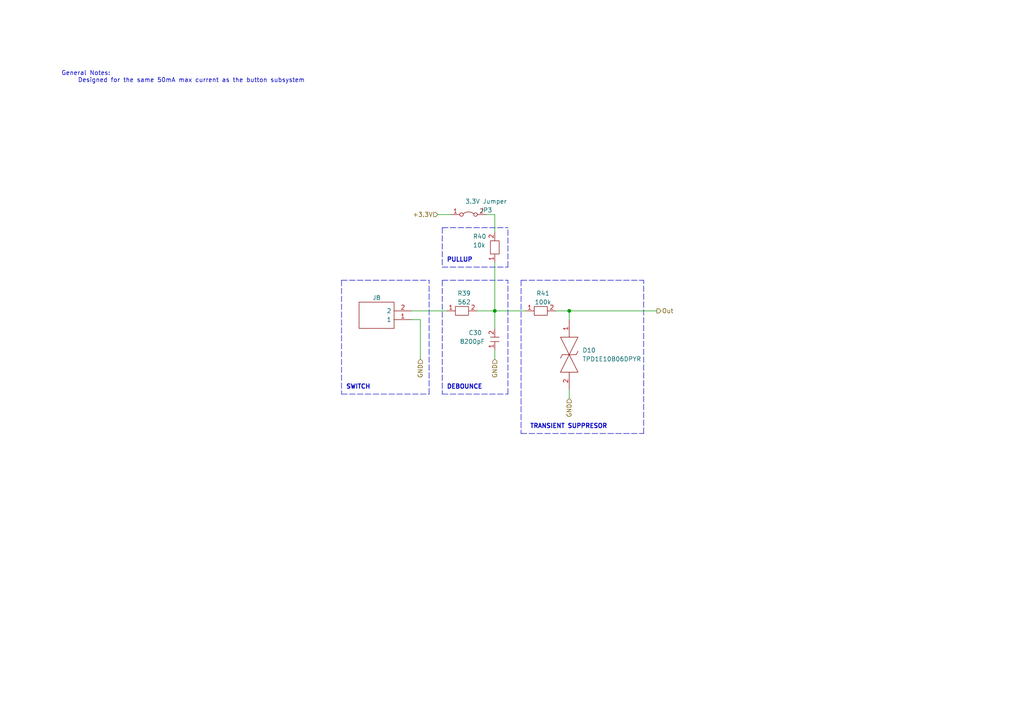
<source format=kicad_sch>
(kicad_sch (version 20211123) (generator eeschema)

  (uuid c26b5183-d285-4dfa-9dc3-e6f46317de21)

  (paper "A4")

  (title_block
    (title "Limit Switch Subsystem")
    (company "The Great Gambit")
  )

  (lib_symbols
    (symbol "C1210C822K2RACAUTO:C1210C822K2RACAUTO" (pin_names (offset 0.762)) (in_bom yes) (on_board yes)
      (property "Reference" "C" (id 0) (at 8.89 6.35 0)
        (effects (font (size 1.27 1.27)) (justify left))
      )
      (property "Value" "C1210C822K2RACAUTO" (id 1) (at 8.89 3.81 0)
        (effects (font (size 1.27 1.27)) (justify left))
      )
      (property "Footprint" "C1210C822K2RACAUTO:CAPC3225X88N" (id 2) (at 8.89 1.27 0)
        (effects (font (size 1.27 1.27)) (justify left) hide)
      )
      (property "Datasheet" "https://content.kemet.com/datasheets/KEM_C1023_X7R_AUTO_SMD.pdf" (id 3) (at 8.89 -1.27 0)
        (effects (font (size 1.27 1.27)) (justify left) hide)
      )
      (property "Manufacturer's Part Number" "C1210C822K2RACAUTO" (id 4) (at 8.89 -16.51 0)
        (effects (font (size 1.27 1.27)) (justify left) hide)
      )
      (property "Digikey Part Number" "399-C1210C822K2RACAUTOCT-ND" (id 5) (at 8.89 -3.81 0)
        (effects (font (size 1.27 1.27)) (justify left) hide)
      )
      (property "Mouser Part Number" "80-C1210C822K2RAUTO" (id 6) (at 8.89 -8.89 0)
        (effects (font (size 1.27 1.27)) (justify left) hide)
      )
      (property "Digikey link" "https://www.digikey.com/en/products/detail/kemet/C1210C822K2RACAUTO/16524786?s=N4IgTCBcDaIMIEYwIAxwBxjAaTAJQEE4CBVAFQHkACEAXQF8g" (id 7) (at 8.89 -11.43 0)
        (effects (font (size 1.27 1.27)) (justify left) hide)
      )
      (property "Mouser link" "https://www.mouser.com/ProductDetail/KEMET/C1210C822K2RACAUTO?qs=sGAEpiMZZMukHu%252BjC5l7YfRfrXj%2FJXIdfvr9FKYreLc%3D" (id 8) (at 8.89 -13.97 0)
        (effects (font (size 1.27 1.27)) (justify left) hide)
      )
      (property "ki_description" "SMD Auto X7R, Ceramic, 8200 pF, 10%, 200 VDC, 500 VDC, 125C, -55C, X7R, SMD, MLCC, Temperature Stable, Automotive Grade, 2.5 % , 100 GOhms, 40 mg, 1210, 3.2mm, 2.5mm, 0.78mm, 0.5mm, 4000, 78  Weeks, 80" (id 9) (at 0 0 0)
        (effects (font (size 1.27 1.27)) hide)
      )
      (symbol "C1210C822K2RACAUTO_0_0"
        (pin passive line (at 0 0 0) (length 2.45)
          (name "~" (effects (font (size 1.27 1.27))))
          (number "1" (effects (font (size 1.27 1.27))))
        )
        (pin passive line (at 6.35 0 180) (length 2.45)
          (name "~" (effects (font (size 1.27 1.27))))
          (number "2" (effects (font (size 1.27 1.27))))
        )
      )
      (symbol "C1210C822K2RACAUTO_0_1"
        (polyline
          (pts
            (xy 2.54 1.27)
            (xy 2.54 -1.27)
          )
          (stroke (width 0.1524) (type default) (color 0 0 0 0))
          (fill (type none))
        )
        (polyline
          (pts
            (xy 3.81 1.27)
            (xy 3.81 -1.27)
          )
          (stroke (width 0.1524) (type default) (color 0 0 0 0))
          (fill (type none))
        )
      )
    )
    (symbol "CR0402-FX-5620GLF:CR0402-FX-5620GLF" (pin_names (offset 0.762)) (in_bom yes) (on_board yes)
      (property "Reference" "R" (id 0) (at 13.97 6.35 0)
        (effects (font (size 1.27 1.27)) (justify left))
      )
      (property "Value" "CR0402-FX-5620GLF" (id 1) (at 13.97 3.81 0)
        (effects (font (size 1.27 1.27)) (justify left))
      )
      (property "Footprint" "CR0402-FX-5620GLF:RESC1005X40N" (id 2) (at 13.97 1.27 0)
        (effects (font (size 1.27 1.27)) (justify left) hide)
      )
      (property "Datasheet" "https://componentsearchengine.com/Datasheets/1/CR0402-FX-5620GLF.pdf" (id 3) (at 13.97 -1.27 0)
        (effects (font (size 1.27 1.27)) (justify left) hide)
      )
      (property "Manufacturer's Part Number" "CR0402-FX-5620GLF" (id 4) (at 13.97 -16.51 0)
        (effects (font (size 1.27 1.27)) (justify left) hide)
      )
      (property "Digikey Part Number" "118-CR0402-FX-5620GLFCT-ND" (id 5) (at 13.97 -3.81 0)
        (effects (font (size 1.27 1.27)) (justify left) hide)
      )
      (property "Mouser Part Number" "652-CR0402FX-5620GLF" (id 6) (at 13.97 -8.89 0)
        (effects (font (size 1.27 1.27)) (justify left) hide)
      )
      (property "Digikey link" "https://www.digikey.com/en/products/detail/bourns-inc/CR0402-FX-5620GLF/3783429?s=N4IgTCBcDaIAQGEBKAGALCsBaAYgDSwFYA2MFAcQBkcQBdAXyA" (id 7) (at 13.97 -11.43 0)
        (effects (font (size 1.27 1.27)) (justify left) hide)
      )
      (property "Mouse link" "https://www.mouser.com/ProductDetail/Bourns/CR0402-FX-5620GLF?qs=sGAEpiMZZMtlubZbdhIBIDfFWzqdPB9%252B4rUQL12%252Bb9s%3D" (id 8) (at 13.97 -13.97 0)
        (effects (font (size 1.27 1.27)) (justify left) hide)
      )
      (property "ki_description" "Thick Film Resistors - SMD 562 OHM 1%" (id 9) (at 0 0 0)
        (effects (font (size 1.27 1.27)) hide)
      )
      (symbol "CR0402-FX-5620GLF_0_0"
        (pin passive line (at 0 0 0) (length 2.45)
          (name "~" (effects (font (size 1.27 1.27))))
          (number "1" (effects (font (size 1.27 1.27))))
        )
        (pin passive line (at 8.89 0 180) (length 2.45)
          (name "~" (effects (font (size 1.27 1.27))))
          (number "2" (effects (font (size 1.27 1.27))))
        )
      )
      (symbol "CR0402-FX-5620GLF_0_1"
        (polyline
          (pts
            (xy 2.54 1.27)
            (xy 6.35 1.27)
            (xy 6.35 -1.27)
            (xy 2.54 -1.27)
            (xy 2.54 1.27)
          )
          (stroke (width 0.1524) (type default) (color 0 0 0 0))
          (fill (type none))
        )
      )
    )
    (symbol "Jumper:Jumper_2_Bridged" (pin_names (offset 0) hide) (in_bom yes) (on_board yes)
      (property "Reference" "JP" (id 0) (at 0 1.905 0)
        (effects (font (size 1.27 1.27)))
      )
      (property "Value" "Jumper_2_Bridged" (id 1) (at 0 -2.54 0)
        (effects (font (size 1.27 1.27)))
      )
      (property "Footprint" "" (id 2) (at 0 0 0)
        (effects (font (size 1.27 1.27)) hide)
      )
      (property "Datasheet" "~" (id 3) (at 0 0 0)
        (effects (font (size 1.27 1.27)) hide)
      )
      (property "ki_keywords" "Jumper SPST" (id 4) (at 0 0 0)
        (effects (font (size 1.27 1.27)) hide)
      )
      (property "ki_description" "Jumper, 2-pole, closed/bridged" (id 5) (at 0 0 0)
        (effects (font (size 1.27 1.27)) hide)
      )
      (property "ki_fp_filters" "Jumper* TestPoint*2Pads* TestPoint*Bridge*" (id 6) (at 0 0 0)
        (effects (font (size 1.27 1.27)) hide)
      )
      (symbol "Jumper_2_Bridged_0_0"
        (circle (center -2.032 0) (radius 0.508)
          (stroke (width 0) (type default) (color 0 0 0 0))
          (fill (type none))
        )
        (circle (center 2.032 0) (radius 0.508)
          (stroke (width 0) (type default) (color 0 0 0 0))
          (fill (type none))
        )
      )
      (symbol "Jumper_2_Bridged_0_1"
        (arc (start 1.524 0.254) (mid 0 0.762) (end -1.524 0.254)
          (stroke (width 0) (type default) (color 0 0 0 0))
          (fill (type none))
        )
      )
      (symbol "Jumper_2_Bridged_1_1"
        (pin passive line (at -5.08 0 0) (length 2.54)
          (name "A" (effects (font (size 1.27 1.27))))
          (number "1" (effects (font (size 1.27 1.27))))
        )
        (pin passive line (at 5.08 0 180) (length 2.54)
          (name "B" (effects (font (size 1.27 1.27))))
          (number "2" (effects (font (size 1.27 1.27))))
        )
      )
    )
    (symbol "OQ0212500000G:OQ0212500000G" (pin_names (offset 0.762)) (in_bom yes) (on_board yes)
      (property "Reference" "J" (id 0) (at 16.51 7.62 0)
        (effects (font (size 1.27 1.27)) (justify left))
      )
      (property "Value" "OQ0212500000G" (id 1) (at 16.51 5.08 0)
        (effects (font (size 1.27 1.27)) (justify left))
      )
      (property "Footprint" "OQ0212500000G:OQ0212500000G" (id 2) (at 16.51 2.54 0)
        (effects (font (size 1.27 1.27)) (justify left) hide)
      )
      (property "Datasheet" "https://datasheet.datasheetarchive.com/originals/distributors/DKDS-9/178262.pdf" (id 3) (at 16.51 0 0)
        (effects (font (size 1.27 1.27)) (justify left) hide)
      )
      (property "Manufacturer_Part_Number" "OQ0212500000G" (id 4) (at 16.51 -15.24 0)
        (effects (font (size 1.27 1.27)) (justify left) hide)
      )
      (property "Digikey Part Number" "609-4981-ND" (id 5) (at 0 0 0)
        (effects (font (size 1.27 1.27)) hide)
      )
      (property "Mouser Part Number" "649-220107-C021A01LF" (id 6) (at 16.51 -7.62 0)
        (effects (font (size 1.27 1.27)) (justify left) hide)
      )
      (property "Digikey Link" "https://www.digikey.com/en/products/detail/amphenol-anytek/OQ0212500000G/4242016" (id 7) (at 0 0 0)
        (effects (font (size 1.27 1.27)) hide)
      )
      (property "Mouser Link" "" (id 8) (at 0 0 0)
        (effects (font (size 1.27 1.27)) hide)
      )
      (property "Description" "Pluggable Terminal Blocks 2P 3.50MM HDR STR PLUGGABLE TERM BLK" (id 9) (at 16.51 -2.54 0)
        (effects (font (size 1.27 1.27)) (justify left) hide)
      )
      (property "Height" "9.2" (id 10) (at 16.51 -5.08 0)
        (effects (font (size 1.27 1.27)) (justify left) hide)
      )
      (property "Mouser Price/Stock" "https://www.mouser.co.uk/ProductDetail/Amphenol-Anytek/OQ0212500000G?qs=Mv7BduZupUhn3%2FKe8nJdbQ%3D%3D" (id 11) (at 16.51 -10.16 0)
        (effects (font (size 1.27 1.27)) (justify left) hide)
      )
      (property "Manufacturer_Name" "Amphenol" (id 12) (at 16.51 -12.7 0)
        (effects (font (size 1.27 1.27)) (justify left) hide)
      )
      (property "ki_description" "Pluggable Terminal Blocks 2P 3.50MM HDR STR PLUGGABLE TERM BLK" (id 13) (at 0 0 0)
        (effects (font (size 1.27 1.27)) hide)
      )
      (symbol "OQ0212500000G_0_0"
        (pin passive line (at 0 0 0) (length 5.08)
          (name "1" (effects (font (size 1.27 1.27))))
          (number "1" (effects (font (size 1.27 1.27))))
        )
        (pin passive line (at 0 -2.54 0) (length 5.08)
          (name "2" (effects (font (size 1.27 1.27))))
          (number "2" (effects (font (size 1.27 1.27))))
        )
      )
      (symbol "OQ0212500000G_0_1"
        (polyline
          (pts
            (xy 5.08 2.54)
            (xy 15.24 2.54)
            (xy 15.24 -5.08)
            (xy 5.08 -5.08)
            (xy 5.08 2.54)
          )
          (stroke (width 0.1524) (type default) (color 0 0 0 0))
          (fill (type none))
        )
      )
    )
    (symbol "RCV2512100KFKEGAT:RCV2512100KFKEGAT" (pin_names (offset 0.762)) (in_bom yes) (on_board yes)
      (property "Reference" "R" (id 0) (at 13.97 6.35 0)
        (effects (font (size 1.27 1.27)) (justify left))
      )
      (property "Value" "RCV2512100KFKEGAT" (id 1) (at 13.97 3.81 0)
        (effects (font (size 1.27 1.27)) (justify left))
      )
      (property "Footprint" "RCV2512100KFKEGAT:RESC6332X70N" (id 2) (at 13.97 1.27 0)
        (effects (font (size 1.27 1.27)) (justify left) hide)
      )
      (property "Datasheet" "https://www.vishay.com/docs/20082/rcvat-e3.pdf" (id 3) (at 13.97 -1.27 0)
        (effects (font (size 1.27 1.27)) (justify left) hide)
      )
      (property "Manufacturer's Part Number" "RCV2512100KFKEGAT" (id 4) (at 13.97 -16.51 0)
        (effects (font (size 1.27 1.27)) (justify left) hide)
      )
      (property "Digikey Part Number" "541-RCV2512100KFKEGATCT-ND" (id 5) (at 13.97 -3.81 0)
        (effects (font (size 1.27 1.27)) (justify left) hide)
      )
      (property "Mouser Part Number" "71-RCV2512100KFKEGAT" (id 6) (at 13.97 -8.89 0)
        (effects (font (size 1.27 1.27)) (justify left) hide)
      )
      (property "Digikey link" "https://www.digikey.com/en/products/detail/vishay-dale/RCV2512100KFKEGAT/13985179?s=N4IgTCBcDaIEoGEBqYCsBGM6AM2DSAYngKIDiAggCoAEIAugL5A" (id 7) (at 13.97 -13.97 0)
        (effects (font (size 1.27 1.27)) (justify left) hide)
      )
      (property "Mouser link" "https://www.mouser.com/ProductDetail/Vishay-Draloric/RCV2512100KFKEGAT?qs=sGAEpiMZZMtlubZbdhIBIOK8YY79HZuiqCZ6uF64pjM%3D" (id 8) (at 13.97 -11.43 0)
        (effects (font (size 1.27 1.27)) (justify left) hide)
      )
      (property "ki_description" "100 kOhms +/-1% 1W Chip Resistor 2512 (6432 Metric) Automotive AEC-Q200, High Voltage Thick Film" (id 9) (at 0 0 0)
        (effects (font (size 1.27 1.27)) hide)
      )
      (symbol "RCV2512100KFKEGAT_0_0"
        (pin passive line (at 0 0 0) (length 2.45)
          (name "~" (effects (font (size 1.27 1.27))))
          (number "1" (effects (font (size 1.27 1.27))))
        )
        (pin passive line (at 8.89 0 180) (length 2.45)
          (name "~" (effects (font (size 1.27 1.27))))
          (number "2" (effects (font (size 1.27 1.27))))
        )
      )
      (symbol "RCV2512100KFKEGAT_0_1"
        (polyline
          (pts
            (xy 2.54 1.27)
            (xy 6.35 1.27)
            (xy 6.35 -1.27)
            (xy 2.54 -1.27)
            (xy 2.54 1.27)
          )
          (stroke (width 0.1524) (type default) (color 0 0 0 0))
          (fill (type none))
        )
      )
    )
    (symbol "RMCF1206FT10K0:10k" (pin_names (offset 0.762)) (in_bom yes) (on_board yes)
      (property "Reference" "R" (id 0) (at 13.97 6.35 0)
        (effects (font (size 1.27 1.27)) (justify left))
      )
      (property "Value" "10k" (id 1) (at 13.97 3.81 0)
        (effects (font (size 1.27 1.27)) (justify left))
      )
      (property "Footprint" "RESC3225X74N" (id 2) (at 13.97 1.27 0)
        (effects (font (size 1.27 1.27)) (justify left) hide)
      )
      (property "Datasheet" "https://www.vishay.com/docs/68043/crma.pdf" (id 3) (at 13.97 -1.27 0)
        (effects (font (size 1.27 1.27)) (justify left) hide)
      )
      (property "Manufacturer's Part Number" "RMCF1206FT10K0" (id 4) (at 13.97 -3.81 0)
        (effects (font (size 1.27 1.27)) (justify left) hide)
      )
      (property "Digikey Part Number" "RMCF1206FT10K0CT-ND" (id 5) (at 13.97 -6.35 0)
        (effects (font (size 1.27 1.27)) (justify left) hide)
      )
      (property "Mouser Part Number" "" (id 6) (at 13.97 -8.89 0)
        (effects (font (size 1.27 1.27)) (justify left) hide)
      )
      (property "Digikey link" "https://www.digikey.com/en/products/detail/stackpole-electronics-inc/RMCF1206FT10K0/1759669?s=N4IgTCBcDaIEoFkDCAxAjGADANhQFTUwGlMQBdAXyA" (id 7) (at 13.97 -11.43 0)
        (effects (font (size 1.27 1.27)) (justify left) hide)
      )
      (property "Mouser link" "" (id 8) (at 13.97 -13.97 0)
        (effects (font (size 1.27 1.27)) (justify left) hide)
      )
      (property "ki_description" "Thick Film Resistors - SMD 0.35W 10Kohm .5% AEC-Q200" (id 9) (at 0 0 0)
        (effects (font (size 1.27 1.27)) hide)
      )
      (symbol "10k_0_0"
        (pin passive line (at 0 0 0) (length 2.45)
          (name "~" (effects (font (size 1.27 1.27))))
          (number "1" (effects (font (size 1.27 1.27))))
        )
        (pin passive line (at 8.89 0 180) (length 2.45)
          (name "~" (effects (font (size 1.27 1.27))))
          (number "2" (effects (font (size 1.27 1.27))))
        )
      )
      (symbol "10k_0_1"
        (polyline
          (pts
            (xy 2.54 1.27)
            (xy 6.35 1.27)
            (xy 6.35 -1.27)
            (xy 2.54 -1.27)
            (xy 2.54 1.27)
          )
          (stroke (width 0.1524) (type default) (color 0 0 0 0))
          (fill (type none))
        )
      )
    )
    (symbol "TPD1E10B06DPYR:TPD1E10B06DPYR" (pin_names (offset 0.762)) (in_bom yes) (on_board yes)
      (property "Reference" "D" (id 0) (at 12.7 8.89 0)
        (effects (font (size 1.27 1.27)) (justify left bottom))
      )
      (property "Value" "TPD1E10B06DPYR" (id 1) (at 12.7 6.35 0)
        (effects (font (size 1.27 1.27)) (justify left bottom))
      )
      (property "Footprint" "TPD1E10B06DPYR:TPD1E10B06DPYR" (id 2) (at 12.7 3.81 0)
        (effects (font (size 1.27 1.27)) (justify left bottom) hide)
      )
      (property "Datasheet" "https://www.ti.com/lit/ds/symlink/tpd1e10b06.pdf?HQS=dis-mous-null-mousermode-dsf-pf-null-wwe&ts=1664782336823&ref_url=https%253A%252F%252Feu.mouser.com%252F" (id 3) (at 12.7 1.27 0)
        (effects (font (size 1.27 1.27)) (justify left bottom) hide)
      )
      (property "Manufacturer's Part Number" "TPD1E10B06DPYR" (id 4) (at 12.7 -13.97 0)
        (effects (font (size 1.27 1.27)) (justify left bottom) hide)
      )
      (property "Digikey Part Number" "296-30406-1-ND" (id 5) (at 12.7 -1.27 0)
        (effects (font (size 1.27 1.27)) (justify left bottom) hide)
      )
      (property "Mouser Part Number" "595-TPD1E10B06DPYR" (id 6) (at 12.7 -6.35 0)
        (effects (font (size 1.27 1.27)) (justify left bottom) hide)
      )
      (property "Digikey link" "https://www.digikey.com/en/products/detail/texas-instruments/TPD1E10B06DPYR/3197744" (id 7) (at 12.7 -8.89 0)
        (effects (font (size 1.27 1.27)) (justify left bottom) hide)
      )
      (property "Mouser link" "https://www.mouser.com/ProductDetail/Texas-Instruments/TPD1E10B06DPYR?qs=UFc95S4Z4CaJYpQ4xqTc0g%3D%3D" (id 8) (at 12.7 -11.43 0)
        (effects (font (size 1.27 1.27)) (justify left bottom) hide)
      )
      (property "ki_description" "ESD Suppressors / TVS Diodes Sgl Channel ESD TPD1E10B06 Single-Channel ESD Protection Diode in 0402 Package" (id 9) (at 0 0 0)
        (effects (font (size 1.27 1.27)) hide)
      )
      (symbol "TPD1E10B06DPYR_0_0"
        (pin passive line (at 0 0 0) (length 5.08)
          (name "~" (effects (font (size 1.27 1.27))))
          (number "1" (effects (font (size 1.27 1.27))))
        )
        (pin passive line (at 20.32 0 180) (length 5.08)
          (name "~" (effects (font (size 1.27 1.27))))
          (number "2" (effects (font (size 1.27 1.27))))
        )
      )
      (symbol "TPD1E10B06DPYR_0_1"
        (polyline
          (pts
            (xy 9.144 2.54)
            (xy 10.16 2.032)
          )
          (stroke (width 0.1524) (type default) (color 0 0 0 0))
          (fill (type none))
        )
        (polyline
          (pts
            (xy 10.16 -2.032)
            (xy 10.16 2.032)
          )
          (stroke (width 0.1524) (type default) (color 0 0 0 0))
          (fill (type none))
        )
        (polyline
          (pts
            (xy 10.16 -2.032)
            (xy 11.176 -2.54)
          )
          (stroke (width 0.1524) (type default) (color 0 0 0 0))
          (fill (type none))
        )
        (polyline
          (pts
            (xy 10.16 0)
            (xy 5.08 -2.54)
            (xy 5.08 2.54)
            (xy 10.16 0)
          )
          (stroke (width 0.1524) (type default) (color 0 0 0 0))
          (fill (type none))
        )
        (polyline
          (pts
            (xy 10.16 0)
            (xy 15.24 -2.54)
            (xy 15.24 2.54)
            (xy 10.16 0)
          )
          (stroke (width 0.1524) (type default) (color 0 0 0 0))
          (fill (type none))
        )
      )
    )
  )

  (junction (at 165.1 90.17) (diameter 0) (color 0 0 0 0)
    (uuid 57c8e27a-5273-4c7a-953f-34e00aa29142)
  )
  (junction (at 143.51 90.17) (diameter 0) (color 0 0 0 0)
    (uuid eb062b43-24a2-466f-be85-973eaf11eca5)
  )

  (wire (pts (xy 119.38 90.17) (xy 129.54 90.17))
    (stroke (width 0) (type default) (color 0 0 0 0))
    (uuid 07afaa28-699e-4f24-8077-e0391076b226)
  )
  (polyline (pts (xy 99.06 114.3) (xy 124.46 114.3))
    (stroke (width 0) (type default) (color 0 0 0 0))
    (uuid 0e6c5e25-ecec-441a-b50e-882526812041)
  )
  (polyline (pts (xy 128.27 81.28) (xy 128.27 114.3))
    (stroke (width 0) (type default) (color 0 0 0 0))
    (uuid 0ff69c00-b8d0-4f72-be58-9d108301c18c)
  )

  (wire (pts (xy 143.51 90.17) (xy 143.51 95.25))
    (stroke (width 0) (type default) (color 0 0 0 0))
    (uuid 1cf655df-04f4-406c-9907-f97872aa1527)
  )
  (wire (pts (xy 138.43 90.17) (xy 143.51 90.17))
    (stroke (width 0) (type default) (color 0 0 0 0))
    (uuid 211fd166-8a80-45d3-8e02-2d9adaa4ca7f)
  )
  (wire (pts (xy 143.51 62.23) (xy 143.51 67.31))
    (stroke (width 0) (type default) (color 0 0 0 0))
    (uuid 357f8846-b428-49c6-90c6-43c96824d152)
  )
  (wire (pts (xy 165.1 90.17) (xy 190.5 90.17))
    (stroke (width 0) (type default) (color 0 0 0 0))
    (uuid 3f401362-423c-40c0-9172-68bebfc952c7)
  )
  (polyline (pts (xy 151.13 125.73) (xy 186.69 125.73))
    (stroke (width 0) (type default) (color 0 0 0 0))
    (uuid 5101a31a-c35a-4e31-9e22-7c56fdd92c2e)
  )

  (wire (pts (xy 127 62.23) (xy 130.81 62.23))
    (stroke (width 0) (type default) (color 0 0 0 0))
    (uuid 52e5daaf-f3da-4bc3-9bd5-f35bc9533f2a)
  )
  (polyline (pts (xy 99.06 81.28) (xy 124.46 81.28))
    (stroke (width 0) (type default) (color 0 0 0 0))
    (uuid 59b0a5ea-fd55-4a94-84f8-2085b67e88fc)
  )
  (polyline (pts (xy 128.27 77.47) (xy 147.32 77.47))
    (stroke (width 0) (type default) (color 0 0 0 0))
    (uuid 5f7e2ccc-ae8d-40fc-b4cb-fe0812ea48fd)
  )

  (wire (pts (xy 143.51 90.17) (xy 152.4 90.17))
    (stroke (width 0) (type default) (color 0 0 0 0))
    (uuid 606cc91f-6f40-4d0b-87d3-d033d94ea6b1)
  )
  (polyline (pts (xy 99.06 81.28) (xy 99.06 114.3))
    (stroke (width 0) (type default) (color 0 0 0 0))
    (uuid 70639242-e548-4096-a899-d6bddc76b855)
  )
  (polyline (pts (xy 147.32 77.47) (xy 147.32 66.04))
    (stroke (width 0) (type default) (color 0 0 0 0))
    (uuid 783cc6d3-1723-44d3-9782-526e1314d21f)
  )

  (wire (pts (xy 121.92 92.71) (xy 121.92 104.14))
    (stroke (width 0) (type default) (color 0 0 0 0))
    (uuid 8086d670-8e36-4e4d-a78a-99ec5a5f83ae)
  )
  (polyline (pts (xy 151.13 81.28) (xy 151.13 125.73))
    (stroke (width 0) (type default) (color 0 0 0 0))
    (uuid 874a0cc8-f6f1-4407-8288-3036fb7fba01)
  )
  (polyline (pts (xy 128.27 114.3) (xy 147.32 114.3))
    (stroke (width 0) (type default) (color 0 0 0 0))
    (uuid 9241b6f2-19ab-446b-b90c-e3e540c58283)
  )
  (polyline (pts (xy 147.32 114.3) (xy 147.32 81.28))
    (stroke (width 0) (type default) (color 0 0 0 0))
    (uuid 95beb9cc-9f4c-487f-964e-503a010c3860)
  )
  (polyline (pts (xy 128.27 66.04) (xy 128.27 77.47))
    (stroke (width 0) (type default) (color 0 0 0 0))
    (uuid 964a7719-2bf6-4838-ae87-b3a657a91731)
  )
  (polyline (pts (xy 128.27 66.04) (xy 147.32 66.04))
    (stroke (width 0) (type default) (color 0 0 0 0))
    (uuid a573a540-213b-4c5c-aac7-c894fb11f942)
  )

  (wire (pts (xy 165.1 90.17) (xy 165.1 92.71))
    (stroke (width 0) (type default) (color 0 0 0 0))
    (uuid a8db463a-0edd-4740-864b-ee134d15d04e)
  )
  (wire (pts (xy 165.1 113.03) (xy 165.1 115.57))
    (stroke (width 0) (type default) (color 0 0 0 0))
    (uuid b2e26da8-4bc7-4582-a279-283ad794c2c7)
  )
  (wire (pts (xy 119.38 92.71) (xy 121.92 92.71))
    (stroke (width 0) (type default) (color 0 0 0 0))
    (uuid b9a4f985-9619-4a58-85ae-1d5db78db0c0)
  )
  (polyline (pts (xy 151.13 81.28) (xy 186.69 81.28))
    (stroke (width 0) (type default) (color 0 0 0 0))
    (uuid be3a665c-c388-4f95-921b-ae830bcadff9)
  )
  (polyline (pts (xy 186.69 125.73) (xy 186.69 81.28))
    (stroke (width 0) (type default) (color 0 0 0 0))
    (uuid c38f27b0-393b-4277-9c7c-8969d4aa8cc4)
  )
  (polyline (pts (xy 124.46 114.3) (xy 124.46 81.28))
    (stroke (width 0) (type default) (color 0 0 0 0))
    (uuid c9229f25-3136-4125-9fd4-879d4262c296)
  )

  (wire (pts (xy 161.29 90.17) (xy 165.1 90.17))
    (stroke (width 0) (type default) (color 0 0 0 0))
    (uuid d34f4702-d030-419d-92f2-f494571bd3d6)
  )
  (wire (pts (xy 143.51 101.6) (xy 143.51 104.14))
    (stroke (width 0) (type default) (color 0 0 0 0))
    (uuid d72a668e-8363-49de-b6f5-a994471a1852)
  )
  (wire (pts (xy 143.51 76.2) (xy 143.51 90.17))
    (stroke (width 0) (type default) (color 0 0 0 0))
    (uuid dd80e9b0-78b6-4a46-917a-367ae8930a37)
  )
  (polyline (pts (xy 128.27 81.28) (xy 147.32 81.28))
    (stroke (width 0) (type default) (color 0 0 0 0))
    (uuid df4679be-f22d-4333-9365-f1d7e33fe295)
  )

  (wire (pts (xy 140.97 62.23) (xy 143.51 62.23))
    (stroke (width 0) (type default) (color 0 0 0 0))
    (uuid ed4145b4-e10d-4e0a-90ac-06521f63aab1)
  )

  (text "DEBOUNCE" (at 129.54 113.03 0)
    (effects (font (size 1.27 1.27) bold) (justify left bottom))
    (uuid 3c70fda5-168c-46f2-a006-b93aa6730c06)
  )
  (text "TRANSIENT SUPPRESOR" (at 153.67 124.46 0)
    (effects (font (size 1.27 1.27) bold) (justify left bottom))
    (uuid 753dbbb8-58c9-4426-a775-20e98bf1f702)
  )
  (text "PULLUP" (at 129.54 76.2 0)
    (effects (font (size 1.27 1.27) bold) (justify left bottom))
    (uuid 8efb006b-d1e8-4101-81c2-d99131bb03f1)
  )
  (text "General Notes:\n	Designed for the same 50mA max current as the button subsystem"
    (at 17.78 24.13 0)
    (effects (font (size 1.27 1.27)) (justify left bottom))
    (uuid bfa0dabf-b124-4ef8-b583-90895b1d4baa)
  )
  (text "SWITCH" (at 100.33 113.03 0)
    (effects (font (size 1.27 1.27) (thickness 0.254) bold) (justify left bottom))
    (uuid f887aac9-5b1f-4f21-9d2c-b716c1f4a2a1)
  )

  (hierarchical_label "+3.3V" (shape input) (at 127 62.23 180)
    (effects (font (size 1.27 1.27)) (justify right))
    (uuid 00805918-2d38-47e6-a8ab-47325e705aab)
  )
  (hierarchical_label "GND" (shape input) (at 121.92 104.14 270)
    (effects (font (size 1.27 1.27)) (justify right))
    (uuid 1e173744-40e5-4ba3-8334-999efa316ee3)
  )
  (hierarchical_label "GND" (shape input) (at 143.51 104.14 270)
    (effects (font (size 1.27 1.27)) (justify right))
    (uuid 2bdb08a8-f393-4614-b33a-eec8211ba512)
  )
  (hierarchical_label "Out" (shape output) (at 190.5 90.17 0)
    (effects (font (size 1.27 1.27)) (justify left))
    (uuid e1936202-c95c-4371-b0ab-77eb640e7b55)
  )
  (hierarchical_label "GND" (shape input) (at 165.1 115.57 270)
    (effects (font (size 1.27 1.27)) (justify right))
    (uuid f83ca89a-5fe6-43ad-90dd-1856dd35a891)
  )

  (symbol (lib_id "OQ0212500000G:OQ0212500000G") (at 119.38 92.71 180) (unit 1)
    (in_bom yes) (on_board yes)
    (uuid 34311b9f-dce3-4cb6-80ad-ff6d71a14f19)
    (property "Reference" "J8" (id 0) (at 109.22 86.36 0))
    (property "Value" "OQ0212500000G" (id 1) (at 109.22 85.09 0)
      (effects (font (size 1.27 1.27)) hide)
    )
    (property "Footprint" "OQ0212500000G:OQ0212500000G" (id 2) (at 102.87 95.25 0)
      (effects (font (size 1.27 1.27)) (justify left) hide)
    )
    (property "Datasheet" "https://datasheet.datasheetarchive.com/originals/distributors/DKDS-9/178262.pdf" (id 3) (at 102.87 92.71 0)
      (effects (font (size 1.27 1.27)) (justify left) hide)
    )
    (property "Manufacturer_Part_Number" "OQ0212500000G" (id 4) (at 102.87 77.47 0)
      (effects (font (size 1.27 1.27)) (justify left) hide)
    )
    (property "Digikey Part Number" "609-4981-ND" (id 5) (at 119.38 92.71 0)
      (effects (font (size 1.27 1.27)) hide)
    )
    (property "Mouser Part Number" "649-220107-C021A01LF" (id 6) (at 102.87 85.09 0)
      (effects (font (size 1.27 1.27)) (justify left) hide)
    )
    (property "Digikey Link" "https://www.digikey.com/en/products/detail/amphenol-anytek/OQ0212500000G/4242016" (id 7) (at 119.38 92.71 0)
      (effects (font (size 1.27 1.27)) hide)
    )
    (property "Mouser Link" "" (id 8) (at 119.38 92.71 0)
      (effects (font (size 1.27 1.27)) hide)
    )
    (property "Description" "Pluggable Terminal Blocks 2P 3.50MM HDR STR PLUGGABLE TERM BLK" (id 9) (at 102.87 90.17 0)
      (effects (font (size 1.27 1.27)) (justify left) hide)
    )
    (property "Height" "9.2" (id 10) (at 102.87 87.63 0)
      (effects (font (size 1.27 1.27)) (justify left) hide)
    )
    (property "Mouser Price/Stock" "https://www.mouser.co.uk/ProductDetail/Amphenol-Anytek/OQ0212500000G?qs=Mv7BduZupUhn3%2FKe8nJdbQ%3D%3D" (id 11) (at 102.87 82.55 0)
      (effects (font (size 1.27 1.27)) (justify left) hide)
    )
    (property "Manufacturer_Name" "Amphenol" (id 12) (at 102.87 80.01 0)
      (effects (font (size 1.27 1.27)) (justify left) hide)
    )
    (property "Digikey link" "https://www.digikey.com/en/products/detail/amphenol-anytek/OQ0212500000G/4242016" (id 13) (at 119.38 92.71 0)
      (effects (font (size 1.27 1.27)) hide)
    )
    (property "Manufacturer's Part Number" "OQ0212500000G" (id 14) (at 119.38 92.71 0)
      (effects (font (size 1.27 1.27)) hide)
    )
    (property "Mouser link" "https://www.mouser.com/ProductDetail/Amphenol-Anytek/OQ0212500000G?qs=Mv7BduZupUhn3%2FKe8nJdbQ%3D%3D" (id 15) (at 119.38 92.71 0)
      (effects (font (size 1.27 1.27)) hide)
    )
    (pin "1" (uuid 2b635683-25b9-469d-9db1-5598b06b44c5))
    (pin "2" (uuid 57aae6e1-8b68-446e-8a23-72ed5735e928))
  )

  (symbol (lib_id "CR0402-FX-5620GLF:CR0402-FX-5620GLF") (at 129.54 90.17 0) (unit 1)
    (in_bom yes) (on_board yes)
    (uuid 374b751a-e1a0-4994-b8bb-1af39f29df97)
    (property "Reference" "R39" (id 0) (at 134.62 85.09 0))
    (property "Value" "562" (id 1) (at 134.62 87.63 0))
    (property "Footprint" "CR0402-FX-5620GLF:RESC1005X40N" (id 2) (at 143.51 88.9 0)
      (effects (font (size 1.27 1.27)) (justify left) hide)
    )
    (property "Datasheet" "https://componentsearchengine.com/Datasheets/1/CR0402-FX-5620GLF.pdf" (id 3) (at 143.51 91.44 0)
      (effects (font (size 1.27 1.27)) (justify left) hide)
    )
    (property "Manufacturer's Part Number" "CR0402-FX-5620GLF" (id 4) (at 143.51 106.68 0)
      (effects (font (size 1.27 1.27)) (justify left) hide)
    )
    (property "Digikey Part Number" "118-CR0402-FX-5620GLFCT-ND" (id 5) (at 143.51 93.98 0)
      (effects (font (size 1.27 1.27)) (justify left) hide)
    )
    (property "Mouser Part Number" "652-CR0402FX-5620GLF" (id 6) (at 143.51 99.06 0)
      (effects (font (size 1.27 1.27)) (justify left) hide)
    )
    (property "Digikey link" "https://www.digikey.com/en/products/detail/bourns-inc/CR0402-FX-5620GLF/3783429?s=N4IgTCBcDaIAQGEBKAGALCsBaAYgDSwFYA2MFAcQBkcQBdAXyA" (id 7) (at 143.51 101.6 0)
      (effects (font (size 1.27 1.27)) (justify left) hide)
    )
    (property "Mouse link" "https://www.mouser.com/ProductDetail/Bourns/CR0402-FX-5620GLF?qs=sGAEpiMZZMtlubZbdhIBIDfFWzqdPB9%252B4rUQL12%252Bb9s%3D" (id 8) (at 143.51 104.14 0)
      (effects (font (size 1.27 1.27)) (justify left) hide)
    )
    (property "Mouser link" "https://www.mouser.com/ProductDetail/Bourns/CR0402-FX-5620GLF?qs=sGAEpiMZZMtlubZbdhIBIDfFWzqdPB9%252B4rUQL12%252Bb9s%3D" (id 9) (at 129.54 90.17 0)
      (effects (font (size 1.27 1.27)) hide)
    )
    (pin "1" (uuid 7eb707fc-9baa-4b39-abb5-ade1b7bb086a))
    (pin "2" (uuid 4ecc8279-0297-4740-ba56-edd47d82dd88))
  )

  (symbol (lib_id "RMCF1206FT10K0:10k") (at 143.51 76.2 90) (unit 1)
    (in_bom yes) (on_board yes)
    (uuid 4481e6ca-1a8d-4a11-be2b-5aacd66403cd)
    (property "Reference" "R40" (id 0) (at 137.16 68.58 90)
      (effects (font (size 1.27 1.27)) (justify right))
    )
    (property "Value" "10k" (id 1) (at 137.16 71.12 90)
      (effects (font (size 1.27 1.27)) (justify right))
    )
    (property "Footprint" "RESC3225X74N" (id 2) (at 142.24 62.23 0)
      (effects (font (size 1.27 1.27)) (justify left) hide)
    )
    (property "Datasheet" "https://www.vishay.com/docs/68043/crma.pdf" (id 3) (at 144.78 62.23 0)
      (effects (font (size 1.27 1.27)) (justify left) hide)
    )
    (property "Manufacturer's Part Number" "RMCF1206FT10K0" (id 4) (at 147.32 62.23 0)
      (effects (font (size 1.27 1.27)) (justify left) hide)
    )
    (property "Digikey Part Number" "RMCF1206FT10K0CT-ND" (id 5) (at 149.86 62.23 0)
      (effects (font (size 1.27 1.27)) (justify left) hide)
    )
    (property "Mouser Part Number" "" (id 6) (at 152.4 62.23 0)
      (effects (font (size 1.27 1.27)) (justify left) hide)
    )
    (property "Digikey link" "https://www.digikey.com/en/products/detail/stackpole-electronics-inc/RMCF1206FT10K0/1759669?s=N4IgTCBcDaIEoFkDCAxAjGADANhQFTUwGlMQBdAXyA" (id 7) (at 154.94 62.23 0)
      (effects (font (size 1.27 1.27)) (justify left) hide)
    )
    (property "Mouser link" "" (id 8) (at 157.48 62.23 0)
      (effects (font (size 1.27 1.27)) (justify left) hide)
    )
    (pin "1" (uuid 43aa0d4d-ddff-4659-85ea-67b92670a2c5))
    (pin "2" (uuid f126eabf-bb61-419e-8f4b-4406cb20eecd))
  )

  (symbol (lib_id "RCV2512100KFKEGAT:RCV2512100KFKEGAT") (at 152.4 90.17 0) (unit 1)
    (in_bom yes) (on_board yes)
    (uuid 8401e64d-df3b-4c02-9e16-259aca1450d7)
    (property "Reference" "R41" (id 0) (at 157.48 85.09 0))
    (property "Value" "100k" (id 1) (at 157.48 87.63 0))
    (property "Footprint" "RCV2512100KFKEGAT:RESC6332X70N" (id 2) (at 166.37 88.9 0)
      (effects (font (size 1.27 1.27)) (justify left) hide)
    )
    (property "Datasheet" "https://www.vishay.com/docs/20082/rcvat-e3.pdf" (id 3) (at 166.37 91.44 0)
      (effects (font (size 1.27 1.27)) (justify left) hide)
    )
    (property "Manufacturer's Part Number" "RCV2512100KFKEGAT" (id 4) (at 166.37 106.68 0)
      (effects (font (size 1.27 1.27)) (justify left) hide)
    )
    (property "Digikey Part Number" "541-RCV2512100KFKEGATCT-ND" (id 5) (at 166.37 93.98 0)
      (effects (font (size 1.27 1.27)) (justify left) hide)
    )
    (property "Mouser Part Number" "71-RCV2512100KFKEGAT" (id 6) (at 166.37 99.06 0)
      (effects (font (size 1.27 1.27)) (justify left) hide)
    )
    (property "Digikey link" "https://www.digikey.com/en/products/detail/vishay-dale/RCV2512100KFKEGAT/13985179?s=N4IgTCBcDaIEoGEBqYCsBGM6AM2DSAYngKIDiAggCoAEIAugL5A" (id 7) (at 166.37 104.14 0)
      (effects (font (size 1.27 1.27)) (justify left) hide)
    )
    (property "Mouser link" "https://www.mouser.com/ProductDetail/Vishay-Draloric/RCV2512100KFKEGAT?qs=sGAEpiMZZMtlubZbdhIBIOK8YY79HZuiqCZ6uF64pjM%3D" (id 8) (at 166.37 101.6 0)
      (effects (font (size 1.27 1.27)) (justify left) hide)
    )
    (pin "1" (uuid 59427d01-5ff6-486d-9436-b94f47ef4223))
    (pin "2" (uuid 93218205-2e49-46a2-b6e5-7af346089565))
  )

  (symbol (lib_id "C1210C822K2RACAUTO:C1210C822K2RACAUTO") (at 143.51 101.6 90) (unit 1)
    (in_bom yes) (on_board yes)
    (uuid abeddf76-a6ea-4de3-9be4-31e964bf5d85)
    (property "Reference" "C30" (id 0) (at 135.89 96.52 90)
      (effects (font (size 1.27 1.27)) (justify right))
    )
    (property "Value" "8200pF" (id 1) (at 133.35 99.06 90)
      (effects (font (size 1.27 1.27)) (justify right))
    )
    (property "Footprint" "C1210C822K2RACAUTO:CAPC3225X88N" (id 2) (at 142.24 92.71 0)
      (effects (font (size 1.27 1.27)) (justify left) hide)
    )
    (property "Datasheet" "https://content.kemet.com/datasheets/KEM_C1023_X7R_AUTO_SMD.pdf" (id 3) (at 144.78 92.71 0)
      (effects (font (size 1.27 1.27)) (justify left) hide)
    )
    (property "Manufacturer's Part Number" "C1210C822K2RACAUTO" (id 4) (at 160.02 92.71 0)
      (effects (font (size 1.27 1.27)) (justify left) hide)
    )
    (property "Digikey Part Number" "399-C1210C822K2RACAUTOCT-ND" (id 5) (at 147.32 92.71 0)
      (effects (font (size 1.27 1.27)) (justify left) hide)
    )
    (property "Mouser Part Number" "80-C1210C822K2RAUTO" (id 6) (at 152.4 92.71 0)
      (effects (font (size 1.27 1.27)) (justify left) hide)
    )
    (property "Digikey link" "https://www.digikey.com/en/products/detail/kemet/C1210C822K2RACAUTO/16524786?s=N4IgTCBcDaIMIEYwIAxwBxjAaTAJQEE4CBVAFQHkACEAXQF8g" (id 7) (at 154.94 92.71 0)
      (effects (font (size 1.27 1.27)) (justify left) hide)
    )
    (property "Mouser link" "https://www.mouser.com/ProductDetail/KEMET/C1210C822K2RACAUTO?qs=sGAEpiMZZMukHu%252BjC5l7YfRfrXj%2FJXIdfvr9FKYreLc%3D" (id 8) (at 157.48 92.71 0)
      (effects (font (size 1.27 1.27)) (justify left) hide)
    )
    (pin "1" (uuid 35f5bd7e-9386-4da2-8d53-abb53c9cc513))
    (pin "2" (uuid 141957d1-a274-48ba-beda-38ee291d867d))
  )

  (symbol (lib_id "Jumper:Jumper_2_Bridged") (at 135.89 62.23 0) (unit 1)
    (in_bom yes) (on_board yes)
    (uuid c3b593f5-69ee-4e81-82e6-e9ba102e0d09)
    (property "Reference" "JP3" (id 0) (at 140.97 60.96 0))
    (property "Value" "3.3V Jumper" (id 1) (at 140.97 58.42 0))
    (property "Footprint" "TestPoint:TestPoint_2Pads_Pitch2.54mm_Drill0.8mm" (id 2) (at 135.89 62.23 0)
      (effects (font (size 1.27 1.27)) hide)
    )
    (property "Datasheet" "~" (id 3) (at 135.89 62.23 0)
      (effects (font (size 1.27 1.27)) hide)
    )
    (property "Manufacturers Part Number" "PH1-02-UA" (id 4) (at 135.89 62.23 0)
      (effects (font (size 1.27 1.27)) hide)
    )
    (property "Digikey Part Number" "2057-PH1-02-UA-ND" (id 5) (at 135.89 62.23 0)
      (effects (font (size 1.27 1.27)) hide)
    )
    (property "Mouser Part Number" "" (id 6) (at 135.89 62.23 0)
      (effects (font (size 1.27 1.27)) hide)
    )
    (property "Digikey Link" "https://www.digikey.com/en/products/detail/adam-tech/PH1-02-UA/9830266" (id 7) (at 135.89 62.23 0)
      (effects (font (size 1.27 1.27)) hide)
    )
    (property "Mouser Link" "" (id 8) (at 135.89 62.23 0)
      (effects (font (size 1.27 1.27)) hide)
    )
    (pin "1" (uuid 6027fbd3-85e6-4f31-8fd0-3bb1e287a2a4))
    (pin "2" (uuid 8db1bb58-2e71-4255-a006-08feb91e1edc))
  )

  (symbol (lib_id "TPD1E10B06DPYR:TPD1E10B06DPYR") (at 165.1 92.71 270) (unit 1)
    (in_bom yes) (on_board yes)
    (uuid e3845dab-4bcf-414c-baba-b3ad78633d77)
    (property "Reference" "D10" (id 0) (at 168.91 101.6 90)
      (effects (font (size 1.27 1.27)) (justify left))
    )
    (property "Value" "TPD1E10B06DPYR" (id 1) (at 168.91 104.1399 90)
      (effects (font (size 1.27 1.27)) (justify left))
    )
    (property "Footprint" "TPD1E10B06DPYR:TPD1E10B06DPYR" (id 2) (at 168.91 105.41 0)
      (effects (font (size 1.27 1.27)) (justify left bottom) hide)
    )
    (property "Datasheet" "https://www.ti.com/lit/ds/symlink/tpd1e10b06.pdf?HQS=dis-mous-null-mousermode-dsf-pf-null-wwe&ts=1664782336823&ref_url=https%253A%252F%252Feu.mouser.com%252F" (id 3) (at 166.37 105.41 0)
      (effects (font (size 1.27 1.27)) (justify left bottom) hide)
    )
    (property "Manufacturer's Part Number" "TPD1E10B06DPYR" (id 4) (at 151.13 105.41 0)
      (effects (font (size 1.27 1.27)) (justify left bottom) hide)
    )
    (property "Digikey Part Number" "296-30406-1-ND" (id 5) (at 163.83 105.41 0)
      (effects (font (size 1.27 1.27)) (justify left bottom) hide)
    )
    (property "Mouser Part Number" "595-TPD1E10B06DPYR" (id 6) (at 158.75 105.41 0)
      (effects (font (size 1.27 1.27)) (justify left bottom) hide)
    )
    (property "Digikey link" "https://www.digikey.com/en/products/detail/texas-instruments/TPD1E10B06DPYR/3197744" (id 7) (at 156.21 105.41 0)
      (effects (font (size 1.27 1.27)) (justify left bottom) hide)
    )
    (property "Mouser link" "https://www.mouser.com/ProductDetail/Texas-Instruments/TPD1E10B06DPYR?qs=UFc95S4Z4CaJYpQ4xqTc0g%3D%3D" (id 8) (at 153.67 105.41 0)
      (effects (font (size 1.27 1.27)) (justify left bottom) hide)
    )
    (pin "1" (uuid 01049ce7-4951-4317-bc53-2d753e07c027))
    (pin "2" (uuid cc33f513-e857-45b4-bf20-302610e6a5ee))
  )
)

</source>
